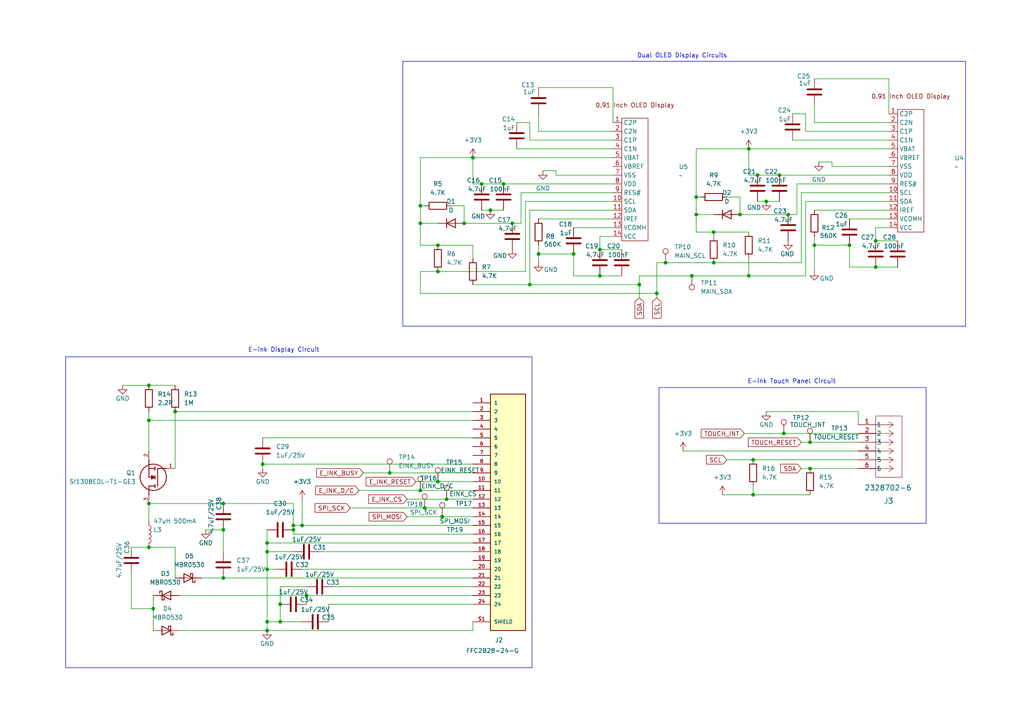
<source format=kicad_sch>
(kicad_sch (version 20250114) (generator "eeschema") (generator_version "9.0")
  (paper "A4")
  (title_block (title "E-ink Watch Display Circuits") (date "2025-12-09") (rev "v1.1"))
  (lib_symbols
    (symbol "0.91 inch OLED:0.91_inch_OLED"
      (property "Reference" "U" (at 0 0 0))
      (symbol "0.91_inch_OLED_0_1"
        (rectangle (start -3.81 21.59) (end 3.81 -13.97))
      )
      (symbol "0.91_inch_OLED_1_1"
        (text "0.91 Inch OLED Display\n" (at 0 25.4 0) (effects (font (size 1.27 1.27))))
        (pin bidirectional line (at -6.35 20.32 0) (length 2.54) (name "C2P") (number "1"))
        (pin bidirectional line (at -6.35 17.78 0) (length 2.54) (name "C2N") (number "2"))
        (pin bidirectional line (at -6.35 15.24 0) (length 2.54) (name "C1P") (number "3"))
        (pin bidirectional line (at -6.35 12.7 0) (length 2.54) (name "C1N") (number "4"))
        (pin bidirectional line (at -6.35 10.16 0) (length 2.54) (name "VBAT") (number "5"))
        (pin bidirectional line (at -6.35 7.62 0) (length 2.54) (name "VBREF") (number "6"))
        (pin bidirectional line (at -6.35 5.08 0) (length 2.54) (name "VSS") (number "7"))
        (pin bidirectional line (at -6.35 2.54 0) (length 2.54) (name "VDD") (number "8"))
        (pin bidirectional line (at -6.35 0 0) (length 2.54) (name "RES#") (number "9"))
        (pin bidirectional line (at -6.35 -2.54 0) (length 2.54) (name "SCL") (number "10"))
        (pin bidirectional line (at -6.35 -5.08 0) (length 2.54) (name "SDA") (number "11"))
        (pin bidirectional line (at -6.35 -7.62 0) (length 2.54) (name "IREF") (number "12"))
        (pin bidirectional line (at -6.35 -10.16 0) (length 2.54) (name "VCOMH") (number "13"))
        (pin bidirectional line (at -6.35 -12.7 0) (length 2.54) (name "VCC") (number "14"))
      )
    )
    (symbol "2328702-6:2328702-6" (pin_names (offset 0.254))
      (property "Reference" "J" (at 8.89 6.35 0))
      (property "Value" "2328702-6" (at 0 0 0))
      (symbol "2328702-6_1_1"
        (polyline (pts (xy 5.08 2.54) (xy 5.08 -15.24)) (stroke (width 0.127)))
        (polyline (pts (xy 5.08 -15.24) (xy 12.7 -15.24)) (stroke (width 0.127)))
        (polyline (pts (xy 10.16 0) (xy 5.08 0)) (stroke (width 0.127)))
        (polyline (pts (xy 10.16 0) (xy 8.89 0.8467)) (stroke (width 0.127)))
        (polyline (pts (xy 10.16 0) (xy 8.89 -0.8467)) (stroke (width 0.127)))
        (polyline (pts (xy 10.16 -2.54) (xy 5.08 -2.54)) (stroke (width 0.127)))
        (polyline (pts (xy 10.16 -2.54) (xy 8.89 -1.6933)) (stroke (width 0.127)))
        (polyline (pts (xy 10.16 -2.54) (xy 8.89 -3.3867)) (stroke (width 0.127)))
        (polyline (pts (xy 10.16 -5.08) (xy 5.08 -5.08)) (stroke (width 0.127)))
        (polyline (pts (xy 10.16 -5.08) (xy 8.89 -4.2333)) (stroke (width 0.127)))
        (polyline (pts (xy 10.16 -5.08) (xy 8.89 -5.9267)) (stroke (width 0.127)))
        (polyline (pts (xy 10.16 -7.62) (xy 5.08 -7.62)) (stroke (width 0.127)))
        (polyline (pts (xy 10.16 -7.62) (xy 8.89 -6.7733)) (stroke (width 0.127)))
        (polyline (pts (xy 10.16 -7.62) (xy 8.89 -8.4667)) (stroke (width 0.127)))
        (polyline (pts (xy 10.16 -10.16) (xy 5.08 -10.16)) (stroke (width 0.127)))
        (polyline (pts (xy 10.16 -10.16) (xy 8.89 -9.3133)) (stroke (width 0.127)))
        (polyline (pts (xy 10.16 -10.16) (xy 8.89 -11.0067)) (stroke (width 0.127)))
        (polyline (pts (xy 10.16 -12.7) (xy 5.08 -12.7)) (stroke (width 0.127)))
        (polyline (pts (xy 10.16 -12.7) (xy 8.89 -11.8533)) (stroke (width 0.127)))
        (polyline (pts (xy 10.16 -12.7) (xy 8.89 -13.5467)) (stroke (width 0.127)))
        (polyline (pts (xy 12.7 2.54) (xy 5.08 2.54)) (stroke (width 0.127)))
        (polyline (pts (xy 12.7 -15.24) (xy 12.7 2.54)) (stroke (width 0.127)))
        (pin unspecified line (at 0 0 0) (length 5.08) (name "1") (number "1"))
        (pin unspecified line (at 0 -2.54 0) (length 5.08) (name "2") (number "2"))
        (pin unspecified line (at 0 -5.08 0) (length 5.08) (name "3") (number "3"))
        (pin unspecified line (at 0 -7.62 0) (length 5.08) (name "4") (number "4"))
        (pin unspecified line (at 0 -10.16 0) (length 5.08) (name "5") (number "5"))
        (pin unspecified line (at 0 -12.7 0) (length 5.08) (name "6") (number "6"))
      )
      (symbol "2328702-6_1_2"
        (polyline (pts (xy 5.08 2.54) (xy 5.08 -15.24)) (stroke (width 0.127)))
        (polyline (pts (xy 5.08 -15.24) (xy 12.7 -15.24)) (stroke (width 0.127)))
        (polyline (pts (xy 7.62 0) (xy 5.08 0)) (stroke (width 0.127)))
        (polyline (pts (xy 7.62 0) (xy 8.89 0.8467)) (stroke (width 0.127)))
        (polyline (pts (xy 7.62 0) (xy 8.89 -0.8467)) (stroke (width 0.127)))
        (polyline (pts (xy 7.62 -2.54) (xy 5.08 -2.54)) (stroke (width 0.127)))
        (polyline (pts (xy 7.62 -2.54) (xy 8.89 -1.6933)) (stroke (width 0.127)))
        (polyline (pts (xy 7.62 -2.54) (xy 8.89 -3.3867)) (stroke (width 0.127)))
        (polyline (pts (xy 7.62 -5.08) (xy 5.08 -5.08)) (stroke (width 0.127)))
        (polyline (pts (xy 7.62 -5.08) (xy 8.89 -4.2333)) (stroke (width 0.127)))
        (polyline (pts (xy 7.62 -5.08) (xy 8.89 -5.9267)) (stroke (width 0.127)))
        (polyline (pts (xy 7.62 -7.62) (xy 5.08 -7.62)) (stroke (width 0.127)))
        (polyline (pts (xy 7.62 -7.62) (xy 8.89 -6.7733)) (stroke (width 0.127)))
        (polyline (pts (xy 7.62 -7.62) (xy 8.89 -8.4667)) (stroke (width 0.127)))
        (polyline (pts (xy 7.62 -10.16) (xy 5.08 -10.16)) (stroke (width 0.127)))
        (polyline (pts (xy 7.62 -10.16) (xy 8.89 -9.3133)) (stroke (width 0.127)))
        (polyline (pts (xy 7.62 -10.16) (xy 8.89 -11.0067)) (stroke (width 0.127)))
        (polyline (pts (xy 7.62 -12.7) (xy 5.08 -12.7)) (stroke (width 0.127)))
        (polyline (pts (xy 7.62 -12.7) (xy 8.89 -11.8533)) (stroke (width 0.127)))
        (polyline (pts (xy 7.62 -12.7) (xy 8.89 -13.5467)) (stroke (width 0.127)))
        (polyline (pts (xy 12.7 2.54) (xy 5.08 2.54)) (stroke (width 0.127)))
        (polyline (pts (xy 12.7 -15.24) (xy 12.7 2.54)) (stroke (width 0.127)))
        (pin unspecified line (at 0 0 0) (length 5.08) (name "1") (number "1"))
        (pin unspecified line (at 0 -2.54 0) (length 5.08) (name "2") (number "2"))
        (pin unspecified line (at 0 -5.08 0) (length 5.08) (name "3") (number "3"))
        (pin unspecified line (at 0 -7.62 0) (length 5.08) (name "4") (number "4"))
        (pin unspecified line (at 0 -10.16 0) (length 5.08) (name "5") (number "5"))
        (pin unspecified line (at 0 -12.7 0) (length 5.08) (name "6") (number "6"))
      )
    )
    (symbol "Connector:TestPoint" (pin_numbers (hide yes)) (pin_names (offset 0.762) (hide yes))
      (property "Reference" "TP" (at 0 6.858 0))
      (property "Value" "TestPoint" (at 0 5.08 0))
      (symbol "TestPoint_0_1"
        (circle (center 0 3.302) (radius 0.762))
      )
      (symbol "TestPoint_1_1"
        (pin passive line (at 0 0 90) (length 2.54) (name "1") (number "1"))
      )
    )
    (symbol "Device:C" (pin_numbers (hide yes)) (pin_names (offset 0.254))
      (property "Reference" "C" (at 0.635 2.54 0))
      (property "Value" "C" (at 0.635 -2.54 0))
      (symbol "C_0_1"
        (polyline (pts (xy -2.032 0.762) (xy 2.032 0.762)) (stroke (width 0.508)))
        (polyline (pts (xy -2.032 -0.762) (xy 2.032 -0.762)) (stroke (width 0.508)))
      )
      (symbol "C_1_1"
        (pin passive line (at 0 3.81 270) (length 2.794) (name "~") (number "1"))
        (pin passive line (at 0 -3.81 90) (length 2.794) (name "~") (number "2"))
      )
    )
    (symbol "Device:D" (pin_numbers (hide yes)) (pin_names (offset 1.016) (hide yes))
      (property "Reference" "D" (at 0 2.54 0))
      (property "Value" "D" (at 0 -2.54 0))
      (symbol "D_0_1"
        (polyline (pts (xy -1.27 1.27) (xy -1.27 -1.27)) (stroke (width 0.254)))
        (polyline (pts (xy 1.27 1.27) (xy 1.27 -1.27) (xy -1.27 0) (xy 1.27 1.27)) (stroke (width 0.254)))
        (polyline (pts (xy 1.27 0) (xy -1.27 0)))
      )
      (symbol "D_1_1"
        (pin passive line (at -3.81 0 0) (length 2.54) (name "K") (number "1"))
        (pin passive line (at 3.81 0 180) (length 2.54) (name "A") (number "2"))
      )
    )
    (symbol "Device:D_Schottky" (pin_numbers (hide yes)) (pin_names (offset 1.016) (hide yes))
      (property "Reference" "D" (at 0 2.54 0))
      (property "Value" "D_Schottky" (at 0 -2.54 0))
      (symbol "D_Schottky_0_1"
        (polyline (pts (xy -1.905 0.635) (xy -1.905 1.27) (xy -1.27 1.27) (xy -1.27 -1.27) (xy -0.635 -1.27) (xy -0.635 -0.635)) (stroke (width 0.254)))
        (polyline (pts (xy 1.27 1.27) (xy 1.27 -1.27) (xy -1.27 0) (xy 1.27 1.27)) (stroke (width 0.254)))
        (polyline (pts (xy 1.27 0) (xy -1.27 0)))
      )
      (symbol "D_Schottky_1_1"
        (pin passive line (at -3.81 0 0) (length 2.54) (name "K") (number "1"))
        (pin passive line (at 3.81 0 180) (length 2.54) (name "A") (number "2"))
      )
    )
    (symbol "Device:L" (pin_numbers (hide yes)) (pin_names (offset 1.016) (hide yes))
      (property "Reference" "L" (at -1.27 0 90))
      (property "Value" "L" (at 1.905 0 90))
      (symbol "L_0_1"
        (arc (start 0 2.54) (mid 0.6323 1.905) (end 0 1.27))
        (arc (start 0 1.27) (mid 0.6323 0.635) (end 0 0))
        (arc (start 0 0) (mid 0.6323 -0.635) (end 0 -1.27))
        (arc (start 0 -1.27) (mid 0.6323 -1.905) (end 0 -2.54))
      )
      (symbol "L_1_1"
        (pin passive line (at 0 3.81 270) (length 1.27) (name "1") (number "1"))
        (pin passive line (at 0 -3.81 90) (length 1.27) (name "2") (number "2"))
      )
    )
    (symbol "Device:R" (pin_numbers (hide yes)) (pin_names (offset 0))
      (property "Reference" "R" (at 2.032 0 90))
      (property "Value" "R" (at 0 0 90))
      (symbol "R_0_1"
        (rectangle (start -1.016 -2.54) (end 1.016 2.54) (stroke (width 0.254)))
      )
      (symbol "R_1_1"
        (pin passive line (at 0 3.81 270) (length 1.27) (name "~") (number "1"))
        (pin passive line (at 0 -3.81 90) (length 1.27) (name "~") (number "2"))
      )
    )
    (symbol "FFC2B28-24-G:FFC2B28-24-G" (pin_names (offset 1.016))
      (property "Reference" "J" (at -5.08 33.782 0))
      (property "Value" "FFC2B28-24-G" (at -5.08 -38.1 0))
      (symbol "FFC2B28-24-G_0_0"
        (rectangle (start -5.08 -35.56) (end 5.08 33.02) (stroke (width 0.254)) (fill (type background)))
        (pin passive line (at -10.16 30.48 0) (length 5.08) (name "1") (number "1"))
        (pin passive line (at -10.16 27.94 0) (length 5.08) (name "2") (number "2"))
        (pin passive line (at -10.16 25.4 0) (length 5.08) (name "3") (number "3"))
        (pin passive line (at -10.16 22.86 0) (length 5.08) (name "4") (number "4"))
        (pin passive line (at -10.16 20.32 0) (length 5.08) (name "5") (number "5"))
        (pin passive line (at -10.16 17.78 0) (length 5.08) (name "6") (number "6"))
        (pin passive line (at -10.16 15.24 0) (length 5.08) (name "7") (number "7"))
        (pin passive line (at -10.16 12.7 0) (length 5.08) (name "8") (number "8"))
        (pin passive line (at -10.16 10.16 0) (length 5.08) (name "9") (number "9"))
        (pin passive line (at -10.16 7.62 0) (length 5.08) (name "10") (number "10"))
        (pin passive line (at -10.16 5.08 0) (length 5.08) (name "11") (number "11"))
        (pin passive line (at -10.16 2.54 0) (length 5.08) (name "12") (number "12"))
        (pin passive line (at -10.16 0 0) (length 5.08) (name "13") (number "13"))
        (pin passive line (at -10.16 -2.54 0) (length 5.08) (name "14") (number "14"))
        (pin passive line (at -10.16 -5.08 0) (length 5.08) (name "15") (number "15"))
        (pin passive line (at -10.16 -7.62 0) (length 5.08) (name "16") (number "16"))
        (pin passive line (at -10.16 -10.16 0) (length 5.08) (name "17") (number "17"))
        (pin passive line (at -10.16 -12.7 0) (length 5.08) (name "18") (number "18"))
        (pin passive line (at -10.16 -15.24 0) (length 5.08) (name "19") (number "19"))
        (pin passive line (at -10.16 -17.78 0) (length 5.08) (name "20") (number "20"))
        (pin passive line (at -10.16 -20.32 0) (length 5.08) (name "21") (number "21"))
        (pin passive line (at -10.16 -22.86 0) (length 5.08) (name "22") (number "22"))
        (pin passive line (at -10.16 -25.4 0) (length 5.08) (name "23") (number "23"))
        (pin passive line (at -10.16 -27.94 0) (length 5.08) (name "24") (number "24"))
        (pin passive line (at -10.16 -33.02 0) (length 5.08) (name "SHIELD") (number "S1"))
        (pin passive line (at -10.16 -33.02 0) (length 5.08) (hide yes) (name "SHIELD") (number "S2"))
      )
    )
    (symbol "SI1308EDL-T1-GE3:SI1308EDL-T1-GE3" (pin_names (offset 1.016))
      (property "Reference" "Q" (at 11.43 3.81 0))
      (property "Value" "SI1308EDL-T1-GE3" (at 11.43 1.27 0))
      (symbol "SI1308EDL-T1-GE3_0_0"
        (polyline (pts (xy 2.54 0) (xy 5.08 0)) (stroke (width 0.254)))
        (polyline (pts (xy 5.08 5.08) (xy 5.08 0)) (stroke (width 0.254)))
        (polyline (pts (xy 5.842 5.588) (xy 5.842 4.572)) (stroke (width 0.254)))
        (polyline (pts (xy 5.842 2.54) (xy 6.858 3.048) (xy 6.858 2.032) (xy 5.842 2.54)) (stroke (width 0.254)) (fill (type outline)))
        (polyline (pts (xy 5.842 2.032) (xy 5.842 3.048)) (stroke (width 0.254)))
        (polyline (pts (xy 5.842 0) (xy 7.62 0)) (stroke (width 0.254)))
        (polyline (pts (xy 5.842 -0.508) (xy 5.842 0.508)) (stroke (width 0.254)))
        (circle (center 6.35 2.54) (radius 3.81) (stroke (width 0.254)))
        (polyline (pts (xy 7.62 5.08) (xy 5.842 5.08)) (stroke (width 0.254)))
        (polyline (pts (xy 7.62 5.08) (xy 7.62 7.62)) (stroke (width 0.254)))
        (polyline (pts (xy 7.62 2.54) (xy 5.842 2.54)) (stroke (width 0.254)))
        (polyline (pts (xy 7.62 2.54) (xy 7.62 -2.54)) (stroke (width 0.254)))
        (pin bidirectional line (at 0 0 0) (length 2.54) (name "~") (number "1"))
        (pin bidirectional line (at 7.62 10.16 270) (length 2.54) (name "~") (number "3"))
        (pin bidirectional line (at 7.62 -5.08 90) (length 2.54) (name "~") (number "2"))
      )
    )
    (symbol "power:+3V3" (power) (pin_numbers (hide yes)) (pin_names (offset 0) (hide yes))
      (property "Value" "+3V3" (at 0 3.556 0))
      (symbol "+3V3_0_1"
        (polyline (pts (xy -0.762 1.27) (xy 0 2.54)))
        (polyline (pts (xy 0 2.54) (xy 0.762 1.27)))
        (polyline (pts (xy 0 0) (xy 0 2.54)))
      )
      (symbol "+3V3_1_1"
        (pin power_in line (at 0 0 90) (length 0) (name "~") (number "1"))
      )
    )
    (symbol "power:GND" (power) (pin_numbers (hide yes)) (pin_names (offset 0) (hide yes))
      (property "Value" "GND" (at 0 -3.81 0))
      (symbol "GND_0_1"
        (polyline (pts (xy 0 0) (xy 0 -1.27) (xy 1.27 -1.27) (xy 0 -2.54) (xy -1.27 -1.27) (xy 0 -1.27)))
      )
      (symbol "GND_1_1"
        (pin power_in line (at 0 0 270) (length 0) (name "~") (number "1"))
      )
    )
  )
  (rectangle (start 116.84 17.78) (end 280.035 94.615))
  (rectangle (start 19.05 103.505) (end 154.305 193.675))
  (rectangle (start 191.135 112.395) (end 268.605 151.765))
  (text "E-ink Display Circuit\n" (at 82.296 101.6 0) (effects (font (size 1.27 1.27))))
  (text "Dual OLED Display Circuits" (at 197.866 16.256 0) (effects (font (size 1.27 1.27))))
  (text "E-ink Touch Panel Circuit\n" (at 229.616 110.744 0) (effects (font (size 1.27 1.27))))
  (junction (at 85.09 153.67))
  (junction (at 128.27 149.86))
  (junction (at 201.93 62.23))
  (junction (at 88.9 172.72))
  (junction (at 217.17 43.18))
  (junction (at 77.47 160.02))
  (junction (at 207.01 67.31))
  (junction (at 148.59 64.77))
  (junction (at 127 78.74))
  (junction (at 77.47 180.34))
  (junction (at 153.67 82.55))
  (junction (at 219.71 50.8))
  (junction (at 43.18 121.92))
  (junction (at 137.16 45.72))
  (junction (at 134.62 64.77))
  (junction (at 246.38 71.12))
  (junction (at 234.95 135.89))
  (junction (at 77.47 157.48))
  (junction (at 228.6 62.23))
  (junction (at 254 77.47))
  (junction (at 77.47 165.1))
  (junction (at 121.92 64.77))
  (junction (at 218.44 143.51))
  (junction (at 222.25 58.42))
  (junction (at 139.7 53.34))
  (junction (at 190.5 85.09))
  (junction (at 123.19 147.32))
  (junction (at 81.28 180.34))
  (junction (at 207.01 76.2))
  (junction (at 44.45 176.53))
  (junction (at 173.99 72.39))
  (junction (at 173.99 80.01))
  (junction (at 121.92 59.69))
  (junction (at 214.63 62.23))
  (junction (at 85.09 152.4))
  (junction (at 217.17 80.01))
  (junction (at 146.05 53.34))
  (junction (at 142.24 60.96))
  (junction (at 185.42 82.55))
  (junction (at 127 139.7))
  (junction (at 113.03 137.16))
  (junction (at 64.77 167.64))
  (junction (at 50.8 119.38))
  (junction (at 64.77 146.05))
  (junction (at 127 71.12))
  (junction (at 226.06 50.8))
  (junction (at 227.33 125.73))
  (junction (at 43.18 111.76))
  (junction (at 121.92 142.24))
  (junction (at 236.22 71.12))
  (junction (at 156.21 73.66))
  (junction (at 200.66 80.01))
  (junction (at 81.28 175.26))
  (junction (at 193.04 76.2))
  (junction (at 43.18 158.75))
  (junction (at 129.54 144.78))
  (junction (at 87.63 152.4))
  (junction (at 77.47 182.88))
  (junction (at 201.93 57.15))
  (junction (at 64.77 153.67))
  (junction (at 166.37 73.66))
  (junction (at 254 69.85))
  (junction (at 234.95 128.27))
  (junction (at 218.44 133.35))
  (junction (at 76.2 134.62))
  (junction (at 43.18 146.05))
  (wire (pts (xy 234.95 143.51) (xy 218.44 143.51)))
  (wire (pts (xy 50.8 119.38) (xy 50.8 135.89)))
  (wire (pts (xy 127 78.74) (xy 152.4 78.74)))
  (wire (pts (xy 151.13 55.88) (xy 151.13 64.77)))
  (wire (pts (xy 198.12 130.81) (xy 248.92 130.81)))
  (wire (pts (xy 231.14 62.23) (xy 228.6 62.23)))
  (wire (pts (xy 121.92 142.24) (xy 137.16 142.24)))
  (wire (pts (xy 254 69.85) (xy 260.35 69.85)))
  (wire (pts (xy 201.93 62.23) (xy 201.93 57.15)))
  (wire (pts (xy 156.21 38.1) (xy 177.8 38.1)))
  (wire (pts (xy 210.82 133.35) (xy 218.44 133.35)))
  (wire (pts (xy 87.63 180.34) (xy 81.28 180.34)))
  (wire (pts (xy 173.99 80.01) (xy 166.37 80.01)))
  (wire (pts (xy 236.22 60.96) (xy 257.81 60.96)))
  (wire (pts (xy 233.68 80.01) (xy 233.68 58.42)))
  (wire (pts (xy 87.63 144.78) (xy 87.63 152.4)))
  (wire (pts (xy 121.92 71.12) (xy 127 71.12)))
  (wire (pts (xy 52.07 172.72) (xy 88.9 172.72)))
  (wire (pts (xy 210.82 57.15) (xy 214.63 57.15)))
  (wire (pts (xy 156.21 33.02) (xy 156.21 38.1)))
  (wire (pts (xy 219.71 58.42) (xy 222.25 58.42)))
  (wire (pts (xy 201.93 57.15) (xy 203.2 57.15)))
  (wire (pts (xy 35.56 111.76) (xy 43.18 111.76)))
  (wire (pts (xy 156.21 73.66) (xy 166.37 73.66)))
  (wire (pts (xy 257.81 66.04) (xy 254 66.04)))
  (wire (pts (xy 214.63 57.15) (xy 214.63 62.23)))
  (wire (pts (xy 166.37 80.01) (xy 166.37 73.66)))
  (wire (pts (xy 77.47 165.1) (xy 77.47 160.02)))
  (wire (pts (xy 156.21 76.2) (xy 156.21 73.66)))
  (wire (pts (xy 137.16 53.34) (xy 137.16 45.72)))
  (wire (pts (xy 201.93 43.18) (xy 201.93 57.15)))
  (wire (pts (xy 137.16 119.38) (xy 50.8 119.38)))
  (wire (pts (xy 77.47 165.1) (xy 80.01 165.1)))
  (wire (pts (xy 118.11 149.86) (xy 128.27 149.86)))
  (wire (pts (xy 153.67 40.64) (xy 153.67 35.56)))
  (wire (pts (xy 229.87 40.64) (xy 257.81 40.64)))
  (wire (pts (xy 190.5 76.2) (xy 193.04 76.2)))
  (wire (pts (xy 177.8 53.34) (xy 146.05 53.34)))
  (wire (pts (xy 44.45 172.72) (xy 44.45 176.53)))
  (wire (pts (xy 217.17 50.8) (xy 219.71 50.8)))
  (wire (pts (xy 231.14 53.34) (xy 231.14 62.23)))
  (wire (pts (xy 121.92 59.69) (xy 123.19 59.69)))
  (wire (pts (xy 222.25 58.42) (xy 226.06 58.42)))
  (wire (pts (xy 233.68 33.02) (xy 229.87 33.02)))
  (wire (pts (xy 137.16 74.93) (xy 137.16 71.12)))
  (wire (pts (xy 257.81 50.8) (xy 226.06 50.8)))
  (wire (pts (xy 156.21 63.5) (xy 177.8 63.5)))
  (wire (pts (xy 52.07 182.88) (xy 77.47 182.88)))
  (wire (pts (xy 77.47 160.02) (xy 85.09 160.02)))
  (wire (pts (xy 127 64.77) (xy 121.92 64.77)))
  (wire (pts (xy 248.92 119.38) (xy 222.25 119.38)))
  (wire (pts (xy 217.17 80.01) (xy 233.68 80.01)))
  (wire (pts (xy 217.17 43.18) (xy 201.93 43.18)))
  (wire (pts (xy 207.01 67.31) (xy 207.01 68.58)))
  (wire (pts (xy 246.38 77.47) (xy 246.38 71.12)))
  (wire (pts (xy 43.18 111.76) (xy 50.8 111.76)))
  (wire (pts (xy 152.4 78.74) (xy 152.4 58.42)))
  (wire (pts (xy 173.99 80.01) (xy 180.34 80.01)))
  (wire (pts (xy 177.8 40.64) (xy 153.67 40.64)))
  (wire (pts (xy 81.28 180.34) (xy 81.28 175.26)))
  (wire (pts (xy 134.62 59.69) (xy 134.62 64.77)))
  (wire (pts (xy 87.63 152.4) (xy 85.09 152.4)))
  (wire (pts (xy 236.22 71.12) (xy 246.38 71.12)))
  (wire (pts (xy 38.1 166.37) (xy 38.1 176.53)))
  (wire (pts (xy 227.33 125.73) (xy 248.92 125.73)))
  (wire (pts (xy 146.05 53.34) (xy 139.7 53.34)))
  (wire (pts (xy 139.7 60.96) (xy 142.24 60.96)))
  (wire (pts (xy 152.4 58.42) (xy 177.8 58.42)))
  (wire (pts (xy 121.92 78.74) (xy 121.92 85.09)))
  (wire (pts (xy 121.92 45.72) (xy 121.92 59.69)))
  (wire (pts (xy 142.24 60.96) (xy 146.05 60.96)))
  (wire (pts (xy 92.71 160.02) (xy 137.16 160.02)))
  (wire (pts (xy 85.09 152.4) (xy 85.09 146.05)))
  (wire (pts (xy 226.06 50.8) (xy 219.71 50.8)))
  (wire (pts (xy 193.04 76.2) (xy 207.01 76.2)))
  (wire (pts (xy 85.09 146.05) (xy 64.77 146.05)))
  (wire (pts (xy 209.55 143.51) (xy 218.44 143.51)))
  (wire (pts (xy 232.41 55.88) (xy 257.81 55.88)))
  (wire (pts (xy 137.16 139.7) (xy 127 139.7)))
  (wire (pts (xy 137.16 45.72) (xy 177.8 45.72)))
  (wire (pts (xy 44.45 176.53) (xy 44.45 182.88)))
  (wire (pts (xy 137.16 45.72) (xy 121.92 45.72)))
  (wire (pts (xy 185.42 82.55) (xy 153.67 82.55)))
  (wire (pts (xy 128.27 149.86) (xy 137.16 149.86)))
  (wire (pts (xy 236.22 30.48) (xy 236.22 35.56)))
  (wire (pts (xy 200.66 80.01) (xy 217.17 80.01)))
  (wire (pts (xy 234.95 135.89) (xy 248.92 135.89)))
  (wire (pts (xy 137.16 53.34) (xy 139.7 53.34)))
  (wire (pts (xy 43.18 146.05) (xy 43.18 151.13)))
  (wire (pts (xy 137.16 71.12) (xy 127 71.12)))
  (wire (pts (xy 246.38 63.5) (xy 257.81 63.5)))
  (wire (pts (xy 77.47 180.34) (xy 81.28 180.34)))
  (wire (pts (xy 207.01 76.2) (xy 232.41 76.2)))
  (wire (pts (xy 177.8 25.4) (xy 177.8 35.56)))
  (wire (pts (xy 156.21 25.4) (xy 177.8 25.4)))
  (wire (pts (xy 129.54 144.78) (xy 137.16 144.78)))
  (wire (pts (xy 218.44 143.51) (xy 218.44 140.97)))
  (wire (pts (xy 217.17 67.31) (xy 207.01 67.31)))
  (wire (pts (xy 232.41 128.27) (xy 234.95 128.27)))
  (wire (pts (xy 130.81 59.69) (xy 134.62 59.69)))
  (wire (pts (xy 137.16 152.4) (xy 87.63 152.4)))
  (wire (pts (xy 137.16 154.94) (xy 85.09 154.94)))
  (wire (pts (xy 173.99 68.58) (xy 173.99 72.39)))
  (wire (pts (xy 257.81 22.86) (xy 257.81 33.02)))
  (wire (pts (xy 236.22 22.86) (xy 257.81 22.86)))
  (wire (pts (xy 218.44 133.35) (xy 248.92 133.35)))
  (wire (pts (xy 104.14 142.24) (xy 121.92 142.24)))
  (wire (pts (xy 254 66.04) (xy 254 69.85)))
  (wire (pts (xy 87.63 165.1) (xy 137.16 165.1)))
  (wire (pts (xy 50.8 167.64) (xy 50.8 158.75)))
  (wire (pts (xy 156.21 73.66) (xy 156.21 71.12)))
  (wire (pts (xy 137.16 127) (xy 76.2 127)))
  (wire (pts (xy 217.17 50.8) (xy 217.17 43.18)))
  (wire (pts (xy 173.99 72.39) (xy 180.34 72.39)))
  (wire (pts (xy 76.2 135.89) (xy 76.2 134.62)))
  (wire (pts (xy 161.29 50.8) (xy 161.29 49.53)))
  (wire (pts (xy 217.17 43.18) (xy 257.81 43.18)))
  (wire (pts (xy 185.42 80.01) (xy 185.42 82.55)))
  (wire (pts (xy 43.18 119.38) (xy 43.18 121.92)))
  (wire (pts (xy 228.6 62.23) (xy 214.63 62.23)))
  (wire (pts (xy 64.77 146.05) (xy 43.18 146.05)))
  (wire (pts (xy 64.77 153.67) (xy 59.69 153.67)))
  (wire (pts (xy 43.18 121.92) (xy 137.16 121.92)))
  (wire (pts (xy 257.81 53.34) (xy 231.14 53.34)))
  (wire (pts (xy 85.09 154.94) (xy 85.09 153.67)))
  (wire (pts (xy 123.19 147.32) (xy 137.16 147.32)))
  (wire (pts (xy 137.16 182.88) (xy 77.47 182.88)))
  (wire (pts (xy 77.47 180.34) (xy 77.47 182.88)))
  (wire (pts (xy 185.42 80.01) (xy 200.66 80.01)))
  (wire (pts (xy 58.42 167.64) (xy 64.77 167.64)))
  (wire (pts (xy 38.1 176.53) (xy 44.45 176.53)))
  (wire (pts (xy 149.86 43.18) (xy 177.8 43.18)))
  (wire (pts (xy 257.81 38.1) (xy 233.68 38.1)))
  (wire (pts (xy 236.22 71.12) (xy 236.22 68.58)))
  (wire (pts (xy 77.47 180.34) (xy 77.47 165.1)))
  (wire (pts (xy 233.68 38.1) (xy 233.68 33.02)))
  (wire (pts (xy 190.5 85.09) (xy 190.5 86.36)))
  (wire (pts (xy 236.22 35.56) (xy 257.81 35.56)))
  (wire (pts (xy 77.47 157.48) (xy 77.47 160.02)))
  (wire (pts (xy 118.11 144.78) (xy 129.54 144.78)))
  (wire (pts (xy 88.9 172.72) (xy 88.9 175.26)))
  (wire (pts (xy 248.92 123.19) (xy 248.92 119.38)))
  (wire (pts (xy 148.59 64.77) (xy 134.62 64.77)))
  (wire (pts (xy 95.25 175.26) (xy 137.16 175.26)))
  (wire (pts (xy 153.67 60.96) (xy 177.8 60.96)))
  (wire (pts (xy 101.6 147.32) (xy 123.19 147.32)))
  (wire (pts (xy 254 77.47) (xy 260.35 77.47)))
  (wire (pts (xy 77.47 153.67) (xy 77.47 157.48)))
  (wire (pts (xy 254 77.47) (xy 246.38 77.47)))
  (wire (pts (xy 241.3 46.99) (xy 237.49 46.99)))
  (wire (pts (xy 161.29 49.53) (xy 157.48 49.53)))
  (wire (pts (xy 64.77 167.64) (xy 137.16 167.64)))
  (wire (pts (xy 88.9 170.18) (xy 81.28 170.18)))
  (wire (pts (xy 105.41 137.16) (xy 113.03 137.16)))
  (wire (pts (xy 96.52 170.18) (xy 137.16 170.18)))
  (wire (pts (xy 137.16 82.55) (xy 153.67 82.55)))
  (wire (pts (xy 43.18 121.92) (xy 43.18 130.81)))
  (wire (pts (xy 185.42 82.55) (xy 185.42 86.36)))
  (wire (pts (xy 77.47 157.48) (xy 137.16 157.48)))
  (wire (pts (xy 207.01 62.23) (xy 201.93 62.23)))
  (wire (pts (xy 241.3 48.26) (xy 241.3 46.99)))
  (wire (pts (xy 217.17 74.93) (xy 217.17 80.01)))
  (wire (pts (xy 177.8 50.8) (xy 161.29 50.8)))
  (wire (pts (xy 38.1 158.75) (xy 43.18 158.75)))
  (wire (pts (xy 113.03 137.16) (xy 137.16 137.16)))
  (wire (pts (xy 236.22 78.74) (xy 236.22 71.12)))
  (wire (pts (xy 121.92 85.09) (xy 190.5 85.09)))
  (wire (pts (xy 121.92 64.77) (xy 121.92 71.12)))
  (wire (pts (xy 127 139.7) (xy 120.65 139.7)))
  (wire (pts (xy 153.67 82.55) (xy 153.67 60.96)))
  (wire (pts (xy 85.09 152.4) (xy 85.09 153.67)))
  (wire (pts (xy 151.13 64.77) (xy 148.59 64.77)))
  (wire (pts (xy 190.5 85.09) (xy 190.5 76.2)))
  (wire (pts (xy 76.2 134.62) (xy 137.16 134.62)))
  (wire (pts (xy 215.9 125.73) (xy 227.33 125.73)))
  (wire (pts (xy 166.37 66.04) (xy 177.8 66.04)))
  (wire (pts (xy 234.95 128.27) (xy 248.92 128.27)))
  (wire (pts (xy 121.92 64.77) (xy 121.92 59.69)))
  (wire (pts (xy 201.93 62.23) (xy 201.93 67.31)))
  (wire (pts (xy 233.68 58.42) (xy 257.81 58.42)))
  (wire (pts (xy 232.41 76.2) (xy 232.41 55.88)))
  (wire (pts (xy 137.16 172.72) (xy 88.9 172.72)))
  (wire (pts (xy 177.8 68.58) (xy 173.99 68.58)))
  (wire (pts (xy 153.67 35.56) (xy 149.86 35.56)))
  (wire (pts (xy 95.25 180.34) (xy 95.25 175.26)))
  (wire (pts (xy 177.8 55.88) (xy 151.13 55.88)))
  (wire (pts (xy 121.92 78.74) (xy 127 78.74)))
  (wire (pts (xy 137.16 180.34) (xy 137.16 182.88)))
  (wire (pts (xy 43.18 158.75) (xy 50.8 158.75)))
  (wire (pts (xy 232.41 135.89) (xy 234.95 135.89)))
  (wire (pts (xy 81.28 170.18) (xy 81.28 175.26)))
  (wire (pts (xy 64.77 160.02) (xy 64.77 153.67)))
  (wire (pts (xy 201.93 67.31) (xy 207.01 67.31)))
  (wire (pts (xy 257.81 48.26) (xy 241.3 48.26)))
  (global_label "SPI_SCK" (shape input) (at 101.6 147.32 180) (property "Intersheetrefs" "${INTERSHEET_REFS}" (effects (hide yes))))
  (global_label "TOUCH_RESET" (shape input) (at 232.41 128.27 180) (property "Intersheetrefs" "${INTERSHEET_REFS}" (effects (hide yes))))
  (global_label "SPI_MOSI" (shape input) (at 118.11 149.86 180) (property "Intersheetrefs" "${INTERSHEET_REFS}" (effects (hide yes))))
  (global_label "SCL" (shape input) (at 190.5 86.36 270) (property "Intersheetrefs" "${INTERSHEET_REFS}" (effects (hide yes))))
  (global_label "E_INK_BUSY" (shape input) (at 105.41 137.16 180) (property "Intersheetrefs" "${INTERSHEET_REFS}" (effects (hide yes))))
  (global_label "TOUCH_INT" (shape input) (at 215.9 125.73 180) (property "Intersheetrefs" "${INTERSHEET_REFS}" (effects (hide yes))))
  (global_label "E_INK_CS" (shape input) (at 118.11 144.78 180) (property "Intersheetrefs" "${INTERSHEET_REFS}" (effects (hide yes))))
  (global_label "SDA" (shape input) (at 185.42 86.36 270) (property "Intersheetrefs" "${INTERSHEET_REFS}" (effects (hide yes))))
  (global_label "SCL" (shape input) (at 210.82 133.35 180) (property "Intersheetrefs" "${INTERSHEET_REFS}" (effects (hide yes))))
  (global_label "E_INK_D{slash}C" (shape input) (at 104.14 142.24 180) (property "Intersheetrefs" "${INTERSHEET_REFS}" (effects (hide yes))))
  (global_label "SDA" (shape input) (at 232.41 135.89 180) (property "Intersheetrefs" "${INTERSHEET_REFS}" (effects (hide yes))))
  (global_label "E_INK_RESET" (shape input) (at 120.65 139.7 180) (property "Intersheetrefs" "${INTERSHEET_REFS}" (effects (hide yes))))
  (symbol (lib_id "Device:C") (at 88.9 160.02 90) (unit 1)
    (property "Reference" "C31" (at 92.71 158.75 90))
    (property "Value" "1uF/25V" (at 88.9 156.464 90))
    (property "Footprint" "Capacitor_SMD:C_0402_1005Metric_Pad0.74x0.62mm_HandSolder" (effects (hide yes)))
    (property "Description" "Unpolarized capacitor" (effects (hide yes)))
  )
  (symbol (lib_id "Connector:TestPoint") (at 129.54 144.78 0) (unit 1)
    (property "Reference" "TP17" (at 132.08 146.05 0) (effects (justify left)))
    (property "Value" "EINK_CS" (at 130.302 143.256 0) (effects (justify left)))
    (property "Footprint" "TestPoint:TestPoint_Pad_D1.0mm" (effects (hide yes)))
    (property "Description" "test point" (effects (hide yes)))
  )
  (symbol (lib_id "Device:C") (at 83.82 165.1 90) (unit 1)
    (property "Reference" "C32" (at 87.63 163.83 90))
    (property "Value" "1uF/25V" (at 83.82 161.544 90))
    (property "Footprint" "Capacitor_SMD:C_0402_1005Metric_Pad0.74x0.62mm_HandSolder" (effects (hide yes)))
    (property "Description" "Unpolarized capacitor" (effects (hide yes)))
  )
  (symbol (lib_id "Device:D_Schottky") (at 48.26 182.88 180) (unit 1)
    (property "Reference" "D4" (at 48.5775 176.53 0))
    (property "Value" "MBR0530" (at 48.5775 179.07 0))
    (property "Footprint" "Diode_SMD:D_0805_2012Metric_Pad1.15x1.40mm_HandSolder" (effects (hide yes)))
    (property "Description" "Schottky diode" (effects (hide yes)))
  )
  (symbol (lib_id "Device:D") (at 130.81 64.77 0) (unit 1)
    (property "Reference" "D1" (at 130.81 58.42 0))
    (property "Value" "D" (at 130.81 60.96 0))
    (property "Footprint" "Diode_THT:D_DO-35_SOD27_P7.62mm_Horizontal" (effects (hide yes)))
    (property "Description" "Diode" (effects (hide yes)))
    (property "Sim.Device" "D" (effects (hide yes)))
    (property "Sim.Pins" "1=K 2=A" (effects (hide yes)))
  )
  (symbol (lib_id "Device:R") (at 207.01 72.39 180) (unit 1)
    (property "Reference" "R10" (at 209.55 71.1199 0) (effects (justify right)))
    (property "Value" "4.7K" (at 209.55 73.6599 0) (effects (justify right)))
    (property "Footprint" "Resistor_SMD:R_0402_1005Metric_Pad0.72x0.64mm_HandSolder" (effects (hide yes)))
    (property "Description" "Resistor" (effects (hide yes)))
  )
  (symbol (lib_id "power:GND") (at 156.21 76.2 0) (unit 1)
    (property "Reference" "#PWR025" (effects (hide yes)))
    (property "Value" "GND" (at 159.766 78.232 0))
    (property "Description" "Power symbol creates a global label with name \"GND\" , ground" (effects (hide yes)))
  )
  (symbol (lib_id "Device:C") (at 229.87 36.83 0) (unit 1)
    (property "Reference" "C24" (at 225.552 32.004 0) (effects (justify left)))
    (property "Value" "1uF" (at 225.806 34.544 0) (effects (justify left)))
    (property "Footprint" "Capacitor_SMD:C_0402_1005Metric_Pad0.74x0.62mm_HandSolder" (effects (hide yes)))
    (property "Description" "Unpolarized capacitor" (effects (hide yes)))
  )
  (symbol (lib_id "0.91 inch OLED:0.91_inch_OLED") (at 184.15 55.88 0) (unit 1)
    (property "Reference" "U5" (at 196.85 48.3841 0) (effects (justify left)))
    (property "Value" "~" (at 196.85 50.9241 0) (effects (justify left)))
    (property "Footprint" "2328702-6:Untitled" (effects (hide yes)))
  )
  (symbol (lib_id "power:+3V3") (at 209.55 143.51 0) (unit 1)
    (property "Reference" "#PWR038" (effects (hide yes)))
    (property "Value" "+3V3" (at 209.55 138.43 0))
    (property "Description" "Power symbol creates a global label with name \"+3V3\"" (effects (hide yes)))
  )
  (symbol (lib_id "power:GND") (at 76.2 135.89 0) (unit 1)
    (property "Reference" "#PWR033" (effects (hide yes)))
    (property "Value" "GND" (at 76.2 139.7 0))
    (property "Description" "Power symbol creates a global label with name \"GND\" , ground" (effects (hide yes)))
  )
  (symbol (lib_id "Device:C") (at 149.86 39.37 0) (unit 1)
    (property "Reference" "C14" (at 145.542 34.544 0) (effects (justify left)))
    (property "Value" "1uF" (at 145.796 37.084 0) (effects (justify left)))
    (property "Footprint" "Capacitor_SMD:C_0402_1005Metric_Pad0.74x0.62mm_HandSolder" (effects (hide yes)))
    (property "Description" "Unpolarized capacitor" (effects (hide yes)))
  )
  (symbol (lib_id "Device:R") (at 127 74.93 180) (unit 1)
    (property "Reference" "R6" (at 129.54 73.6599 0) (effects (justify right)))
    (property "Value" "4.7K" (at 129.54 76.1999 0) (effects (justify right)))
    (property "Footprint" "Resistor_SMD:R_0402_1005Metric_Pad0.72x0.64mm_HandSolder" (effects (hide yes)))
    (property "Description" "Resistor" (effects (hide yes)))
  )
  (symbol (lib_id "Device:L") (at 43.18 154.94 0) (unit 1)
    (property "Reference" "L3" (at 44.45 153.6699 0) (effects (justify left)))
    (property "Value" "47uH 500mA" (at 44.45 151.13 0) (effects (justify left)))
    (property "Footprint" "ANR4012T470M inductor:Untitled" (effects (hide yes)))
    (property "Description" "Inductor" (effects (hide yes)))
  )
  (symbol (lib_id "Device:R") (at 234.95 139.7 180) (unit 1)
    (property "Reference" "R15" (at 237.49 138.4299 0) (effects (justify right)))
    (property "Value" "4.7K" (at 237.49 140.9699 0) (effects (justify right)))
    (property "Footprint" "Resistor_SMD:R_0402_1005Metric_Pad0.72x0.64mm_HandSolder" (effects (hide yes)))
    (property "Description" "Resistor" (effects (hide yes)))
  )
  (symbol (lib_id "Device:D") (at 210.82 62.23 0) (unit 1)
    (property "Reference" "D2" (at 210.82 55.88 0))
    (property "Value" "D" (at 210.82 58.42 0))
    (property "Footprint" "Diode_THT:D_DO-35_SOD27_P7.62mm_Horizontal" (effects (hide yes)))
    (property "Description" "Diode" (effects (hide yes)))
    (property "Sim.Device" "D" (effects (hide yes)))
    (property "Sim.Pins" "1=K 2=A" (effects (hide yes)))
  )
  (symbol (lib_id "power:+3V3") (at 198.12 130.81 0) (unit 1)
    (property "Reference" "#PWR032" (effects (hide yes)))
    (property "Value" "+3V3" (at 198.12 125.73 0))
    (property "Description" "Power symbol creates a global label with name \"+3V3\"" (effects (hide yes)))
  )
  (symbol (lib_id "power:GND") (at 142.24 60.96 0) (unit 1)
    (property "Reference" "#PWR023" (effects (hide yes)))
    (property "Value" "GND" (at 138.684 62.738 0))
    (property "Description" "Power symbol creates a global label with name \"GND\" , ground" (effects (hide yes)))
  )
  (symbol (lib_id "Device:R") (at 156.21 67.31 180) (unit 1)
    (property "Reference" "R8" (at 158.242 68.58 0) (effects (justify right)))
    (property "Value" "560K" (at 157.734 70.866 0) (effects (justify right)))
    (property "Footprint" "Resistor_SMD:R_0402_1005Metric_Pad0.72x0.64mm_HandSolder" (effects (hide yes)))
    (property "Description" "Resistor" (effects (hide yes)))
  )
  (symbol (lib_id "power:GND") (at 237.49 46.99 0) (unit 1)
    (property "Reference" "#PWR030" (effects (hide yes)))
    (property "Value" "GND" (at 237.49 52.07 0))
    (property "Description" "Power symbol creates a global label with name \"GND\" , ground" (effects (hide yes)))
  )
  (symbol (lib_id "Device:D_Schottky") (at 54.61 167.64 180) (unit 1)
    (property "Reference" "D5" (at 54.9275 161.29 0))
    (property "Value" "MBR0530" (at 54.9275 163.83 0))
    (property "Footprint" "Diode_SMD:D_0805_2012Metric_Pad1.15x1.40mm_HandSolder" (effects (hide yes)))
    (property "Description" "Schottky diode" (effects (hide yes)))
  )
  (symbol (lib_id "power:GND") (at 236.22 78.74 0) (unit 1)
    (property "Reference" "#PWR029" (effects (hide yes)))
    (property "Value" "GND" (at 239.776 80.772 0))
    (property "Description" "Power symbol creates a global label with name \"GND\" , ground" (effects (hide yes)))
  )
  (symbol (lib_id "Device:C") (at 64.77 149.86 180) (unit 1)
    (property "Reference" "C38" (at 63.5 146.05 90))
    (property "Value" "4.7uF/25V" (at 61.214 149.86 90))
    (property "Footprint" "Capacitor_SMD:C_0402_1005Metric_Pad0.74x0.62mm_HandSolder" (effects (hide yes)))
    (property "Description" "Unpolarized capacitor" (effects (hide yes)))
  )
  (symbol (lib_id "Connector:TestPoint") (at 234.95 128.27 0) (unit 1)
    (property "Reference" "TP13" (at 241.046 124.206 0) (effects (justify left)))
    (property "Value" "TOUCH_RESET" (at 235.966 126.746 0) (effects (justify left)))
    (property "Footprint" "TestPoint:TestPoint_Pad_D1.0mm" (effects (hide yes)))
    (property "Description" "test point" (effects (hide yes)))
  )
  (symbol (lib_id "Device:C") (at 246.38 67.31 0) (unit 1)
    (property "Reference" "C26" (at 242.062 62.484 0) (effects (justify left)))
    (property "Value" "1uF" (at 242.316 65.024 0) (effects (justify left)))
    (property "Footprint" "Capacitor_SMD:C_0402_1005Metric_Pad0.74x0.62mm_HandSolder" (effects (hide yes)))
    (property "Description" "Unpolarized capacitor" (effects (hide yes)))
  )
  (symbol (lib_id "Device:C") (at 139.7 57.15 0) (unit 1)
    (property "Reference" "C16" (at 135.382 52.324 0) (effects (justify left)))
    (property "Value" "4.7uF" (at 135.636 54.864 0) (effects (justify left)))
    (property "Footprint" "Capacitor_SMD:C_0402_1005Metric_Pad0.74x0.62mm_HandSolder" (effects (hide yes)))
    (property "Description" "Unpolarized capacitor" (effects (hide yes)))
  )
  (symbol (lib_id "Connector:TestPoint") (at 113.03 137.16 0) (unit 1)
    (property "Reference" "TP14" (at 115.57 132.5879 0) (effects (justify left)))
    (property "Value" "EINK_BUSY" (at 115.57 135.1279 0) (effects (justify left)))
    (property "Footprint" "TestPoint:TestPoint_Pad_D1.0mm" (effects (hide yes)))
    (property "Description" "test point" (effects (hide yes)))
  )
  (symbol (lib_id "Device:C") (at 226.06 54.61 0) (unit 1)
    (property "Reference" "C22" (at 221.742 49.784 0) (effects (justify left)))
    (property "Value" "100nF" (at 221.996 52.324 0) (effects (justify left)))
    (property "Footprint" "Capacitor_SMD:C_0402_1005Metric_Pad0.74x0.62mm_HandSolder" (effects (hide yes)))
    (property "Description" "Unpolarized capacitor" (effects (hide yes)))
  )
  (symbol (lib_id "power:GND") (at 157.48 49.53 0) (unit 1)
    (property "Reference" "#PWR022" (effects (hide yes)))
    (property "Value" "GND" (at 157.48 54.61 0))
    (property "Description" "Power symbol creates a global label with name \"GND\" , ground" (effects (hide yes)))
  )
  (symbol (lib_id "Device:C") (at 76.2 130.81 0) (unit 1)
    (property "Reference" "C29" (at 80.01 129.5399 0) (effects (justify left)))
    (property "Value" "1uF/25V" (at 80.01 132.0799 0) (effects (justify left)))
    (property "Footprint" "Capacitor_SMD:C_0402_1005Metric_Pad0.74x0.62mm_HandSolder" (effects (hide yes)))
    (property "Description" "Unpolarized capacitor" (effects (hide yes)))
  )
  (symbol (lib_id "power:GND") (at 228.6 69.85 0) (unit 1)
    (property "Reference" "#PWR028" (effects (hide yes)))
    (property "Value" "GND" (at 228.346 73.66 0))
    (property "Description" "Power symbol creates a global label with name \"GND\" , ground" (effects (hide yes)))
  )
  (symbol (lib_id "Device:C") (at 148.59 68.58 0) (unit 1)
    (property "Reference" "C17" (at 144.272 63.754 0) (effects (justify left)))
    (property "Value" "4.7uF" (at 144.526 66.294 0) (effects (justify left)))
    (property "Footprint" "Capacitor_SMD:C_0402_1005Metric_Pad0.74x0.62mm_HandSolder" (effects (hide yes)))
    (property "Description" "Unpolarized capacitor" (effects (hide yes)))
  )
  (symbol (lib_id "Device:C") (at 219.71 54.61 0) (unit 1)
    (property "Reference" "C21" (at 215.392 49.784 0) (effects (justify left)))
    (property "Value" "4.7uF" (at 215.646 52.324 0) (effects (justify left)))
    (property "Footprint" "Capacitor_SMD:C_0402_1005Metric_Pad0.74x0.62mm_HandSolder" (effects (hide yes)))
    (property "Description" "Unpolarized capacitor" (effects (hide yes)))
  )
  (symbol (lib_id "Device:C") (at 260.35 73.66 0) (unit 1)
    (property "Reference" "C28" (at 256.032 68.834 0) (effects (justify left)))
    (property "Value" "100nF" (at 256.286 71.374 0) (effects (justify left)))
    (property "Footprint" "Capacitor_SMD:C_0402_1005Metric_Pad0.74x0.62mm_HandSolder" (effects (hide yes)))
    (property "Description" "Unpolarized capacitor" (effects (hide yes)))
  )
  (symbol (lib_id "Device:C") (at 166.37 69.85 0) (unit 1)
    (property "Reference" "C18" (at 162.052 65.024 0) (effects (justify left)))
    (property "Value" "1uF" (at 162.306 67.564 0) (effects (justify left)))
    (property "Footprint" "Capacitor_SMD:C_0402_1005Metric_Pad0.74x0.62mm_HandSolder" (effects (hide yes)))
    (property "Description" "Unpolarized capacitor" (effects (hide yes)))
  )
  (symbol (lib_id "Device:C") (at 236.22 26.67 0) (unit 1)
    (property "Reference" "C25" (at 231.14 22.098 0) (effects (justify left)))
    (property "Value" "1uF" (at 231.648 24.13 0) (effects (justify left)))
    (property "Footprint" "Capacitor_SMD:C_0402_1005Metric_Pad0.74x0.62mm_HandSolder" (effects (hide yes)))
    (property "Description" "Unpolarized capacitor" (effects (hide yes)))
  )
  (symbol (lib_id "Connector:TestPoint") (at 121.92 142.24 0) (unit 1)
    (property "Reference" "TP16" (at 121.92 138.684 0) (effects (justify left)))
    (property "Value" "EINK_D/C" (at 122.174 140.97 0) (effects (justify left)))
    (property "Footprint" "TestPoint:TestPoint_Pad_D1.0mm" (effects (hide yes)))
    (property "Description" "test point" (effects (hide yes)))
  )
  (symbol (lib_id "Device:C") (at 92.71 170.18 90) (unit 1)
    (property "Reference" "C33" (at 96.52 168.91 90))
    (property "Value" "1uF/25V" (at 92.71 166.624 90))
    (property "Footprint" "Capacitor_SMD:C_0402_1005Metric_Pad0.74x0.62mm_HandSolder" (effects (hide yes)))
    (property "Description" "Unpolarized capacitor" (effects (hide yes)))
  )
  (symbol (lib_id "power:GND") (at 148.59 72.39 0) (unit 1)
    (property "Reference" "#PWR024" (effects (hide yes)))
    (property "Value" "GND" (at 145.034 74.168 0))
    (property "Description" "Power symbol creates a global label with name \"GND\" , ground" (effects (hide yes)))
  )
  (symbol (lib_id "Connector:TestPoint") (at 127 139.7 0) (unit 1)
    (property "Reference" "TP15" (at 129.286 134.112 0) (effects (justify left)))
    (property "Value" "EINK_RESET" (at 127.762 136.398 0) (effects (justify left)))
    (property "Footprint" "TestPoint:TestPoint_Pad_D1.0mm" (effects (hide yes)))
    (property "Description" "test point" (effects (hide yes)))
  )
  (symbol (lib_id "Device:R") (at 217.17 71.12 180) (unit 1)
    (property "Reference" "R11" (at 219.71 69.8499 0) (effects (justify right)))
    (property "Value" "4.7K" (at 219.71 72.3899 0) (effects (justify right)))
    (property "Footprint" "Resistor_SMD:R_0402_1005Metric_Pad0.72x0.64mm_HandSolder" (effects (hide yes)))
    (property "Description" "Resistor" (effects (hide yes)))
  )
  (symbol (lib_id "Device:C") (at 38.1 162.56 180) (unit 1)
    (property "Reference" "C36" (at 36.83 158.75 90))
    (property "Value" "4.7uF/25V" (at 34.544 162.56 90))
    (property "Footprint" "Capacitor_SMD:C_0402_1005Metric_Pad0.74x0.62mm_HandSolder" (effects (hide yes)))
    (property "Description" "Unpolarized capacitor" (effects (hide yes)))
  )
  (symbol (lib_id "Connector:TestPoint") (at 123.19 147.32 0) (unit 1)
    (property "Reference" "TP18" (at 117.856 146.304 0) (effects (justify left)))
    (property "Value" "SPI_SCK" (at 118.872 148.59 0) (effects (justify left)))
    (property "Footprint" "TestPoint:TestPoint_Pad_D1.0mm" (effects (hide yes)))
    (property "Description" "test point" (effects (hide yes)))
  )
  (symbol (lib_id "Device:C") (at 85.09 175.26 90) (unit 1)
    (property "Reference" "C34" (at 88.9 173.99 90))
    (property "Value" "1uF/25V" (at 85.09 171.704 90))
    (property "Footprint" "Capacitor_SMD:C_0402_1005Metric_Pad0.74x0.62mm_HandSolder" (effects (hide yes)))
    (property "Description" "Unpolarized capacitor" (effects (hide yes)))
  )
  (symbol (lib_id "2328702-6:2328702-6") (at 248.92 123.19 0) (unit 1)
    (property "Reference" "J3" (at 256.286 145.288 0) (effects (font (size 1.524 1.524)) (justify left)))
    (property "Value" "2328702-6" (at 250.698 141.478 0) (effects (font (size 1.524 1.524)) (justify left)))
    (property "Footprint" "2328702-6:CONN6_2328702-6_TEC" (effects (hide yes)))
    (property "Datasheet" "https://www.te.com/commerce/DocumentDelivery/DDEController?Action=srchrtrv&DocNm=1-1773959-7-FPC-Connectors-CN&DocType=Data+Sheet&DocLang=English&PartCntxt=2328702-6&DocFormat=pdf" (effects (hide yes)))
  )
  (symbol (lib_id "Device:R") (at 127 59.69 90) (unit 1)
    (property "Reference" "R5" (at 127 53.34 90))
    (property "Value" "4.7K" (at 127 55.88 90))
    (property "Footprint" "Resistor_SMD:R_0402_1005Metric_Pad0.72x0.64mm_HandSolder" (effects (hide yes)))
    (property "Description" "Resistor" (effects (hide yes)))
  )
  (symbol (lib_id "Device:R") (at 218.44 137.16 180) (unit 1)
    (property "Reference" "R16" (at 220.98 135.8899 0) (effects (justify right)))
    (property "Value" "4.7K" (at 220.98 138.4299 0) (effects (justify right)))
    (property "Footprint" "Resistor_SMD:R_0402_1005Metric_Pad0.72x0.64mm_HandSolder" (effects (hide yes)))
    (property "Description" "Resistor" (effects (hide yes)))
  )
  (symbol (lib_id "power:GND") (at 222.25 58.42 0) (unit 1)
    (property "Reference" "#PWR027" (effects (hide yes)))
    (property "Value" "GND" (at 218.694 60.198 0))
    (property "Description" "Power symbol creates a global label with name \"GND\" , ground" (effects (hide yes)))
  )
  (symbol (lib_id "Device:C") (at 156.21 29.21 0) (unit 1)
    (property "Reference" "C13" (at 151.13 24.638 0) (effects (justify left)))
    (property "Value" "1uF" (at 151.638 26.67 0) (effects (justify left)))
    (property "Footprint" "Capacitor_SMD:C_0402_1005Metric_Pad0.74x0.62mm_HandSolder" (effects (hide yes)))
    (property "Description" "Unpolarized capacitor" (effects (hide yes)))
  )
  (symbol (lib_id "power:GND") (at 59.69 153.67 0) (unit 1)
    (property "Reference" "#PWR036" (effects (hide yes)))
    (property "Value" "GND" (at 59.69 157.48 0))
    (property "Description" "Power symbol creates a global label with name \"GND\" , ground" (effects (hide yes)))
  )
  (symbol (lib_id "power:GND") (at 222.25 119.38 0) (unit 1)
    (property "Reference" "#PWR031" (effects (hide yes)))
    (property "Value" "GND" (at 222.25 123.19 0))
    (property "Description" "Power symbol creates a global label with name \"GND\" , ground" (effects (hide yes)))
  )
  (symbol (lib_id "Connector:TestPoint") (at 227.33 125.73 0) (unit 1)
    (property "Reference" "TP12" (at 229.87 121.1579 0) (effects (justify left)))
    (property "Value" "TOUCH_INT" (at 229.108 123.19 0) (effects (justify left)))
    (property "Footprint" "TestPoint:TestPoint_Pad_D1.0mm" (effects (hide yes)))
    (property "Description" "test point" (effects (hide yes)))
  )
  (symbol (lib_id "Device:C") (at 81.28 153.67 90) (unit 1)
    (property "Reference" "C30" (at 81.28 146.05 90))
    (property "Value" "1uF/25V" (at 81.28 148.59 90))
    (property "Footprint" "Capacitor_SMD:C_0402_1005Metric_Pad0.74x0.62mm_HandSolder" (effects (hide yes)))
    (property "Description" "Unpolarized capacitor" (effects (hide yes)))
  )
  (symbol (lib_id "Device:R") (at 137.16 78.74 180) (unit 1)
    (property "Reference" "R7" (at 139.7 77.4699 0) (effects (justify right)))
    (property "Value" "4.7K" (at 139.7 80.0099 0) (effects (justify right)))
    (property "Footprint" "Resistor_SMD:R_0402_1005Metric_Pad0.72x0.64mm_HandSolder" (effects (hide yes)))
    (property "Description" "Resistor" (effects (hide yes)))
  )
  (symbol (lib_id "Connector:TestPoint") (at 128.27 149.86 0) (unit 1)
    (property "Reference" "TP19" (at 129.54 153.67 0) (effects (justify left)))
    (property "Value" "SPI_MOSI" (at 127.508 151.13 0) (effects (justify left)))
    (property "Footprint" "TestPoint:TestPoint_Pad_D1.0mm" (effects (hide yes)))
    (property "Description" "test point" (effects (hide yes)))
  )
  (symbol (lib_id "Device:C") (at 173.99 76.2 0) (unit 1)
    (property "Reference" "C19" (at 169.672 71.374 0) (effects (justify left)))
    (property "Value" "4.7uF" (at 169.926 73.914 0) (effects (justify left)))
    (property "Footprint" "Capacitor_SMD:C_0402_1005Metric_Pad0.74x0.62mm_HandSolder" (effects (hide yes)))
    (property "Description" "Unpolarized capacitor" (effects (hide yes)))
  )
  (symbol (lib_id "power:+3V3") (at 217.17 43.18 0) (unit 1)
    (property "Reference" "#PWR026" (effects (hide yes)))
    (property "Value" "+3V3" (at 217.17 38.1 0))
    (property "Description" "Power symbol creates a global label with name \"+3V3\"" (effects (hide yes)))
  )
  (symbol (lib_id "Device:R") (at 207.01 57.15 90) (unit 1)
    (property "Reference" "R9" (at 207.01 50.8 90))
    (property "Value" "4.7K" (at 207.01 53.34 90))
    (property "Footprint" "Resistor_SMD:R_0402_1005Metric_Pad0.72x0.64mm_HandSolder" (effects (hide yes)))
    (property "Description" "Resistor" (effects (hide yes)))
  )
  (symbol (lib_id "FFC2B28-24-G:FFC2B28-24-G") (at 147.32 147.32 0) (unit 1)
    (property "Reference" "J2" (at 143.51 185.674 0) (effects (justify left)))
    (property "Value" "FFC2B28-24-G" (at 135.128 188.722 0) (effects (justify left)))
    (property "Footprint" "FFC2B28-24-G:GCT_FFC2B28-24-G" (effects (hide yes)))
    (property "MF" "Global Connector Technology" (effects (hide yes)))
    (property "MAXIMUM_PACKAGE_HEIGHT" "1.75mm" (effects (hide yes)))
    (property "Package" "None" (effects (hide yes)))
    (property "Price" "None" (effects (hide yes)))
    (property "Check_prices" "https://www.snapeda.com/parts/FFC2B28-24-G/Global+Connector+Technology/view-part/?ref=eda" (effects (hide yes)))
    (property "STANDARD" "Manufacturer Recommendations" (effects (hide yes)))
    (property "PARTREV" "A" (effects (hide yes)))
    (property "SnapEDA_Link" "https://www.snapeda.com/parts/FFC2B28-24-G/Global+Connector+Technology/view-part/?ref=snap" (effects (hide yes)))
    (property "MP" "FFC2B28-24-G" (effects (hide yes)))
    (property "Description_1" "24 Position FFC, FPC Connector Contacts, Top and Bottom 0.020 (0.50mm) Surface Mount, Right Angle" (effects (hide yes)))
    (property "Availability" "In Stock" (effects (hide yes)))
    (property "MANUFACTURER" "GCT" (effects (hide yes)))
  )
  (symbol (lib_id "Device:R") (at 43.18 115.57 180) (unit 1)
    (property "Reference" "R14" (at 45.72 114.2999 0) (effects (justify right)))
    (property "Value" "2.2R" (at 45.72 116.8399 0) (effects (justify right)))
    (property "Footprint" "Resistor_SMD:R_0402_1005Metric_Pad0.72x0.64mm_HandSolder" (effects (hide yes)))
    (property "Description" "Resistor" (effects (hide yes)))
  )
  (symbol (lib_id "Device:C") (at 228.6 66.04 0) (unit 1)
    (property "Reference" "C23" (at 224.282 61.214 0) (effects (justify left)))
    (property "Value" "4.7uF" (at 224.536 63.754 0) (effects (justify left)))
    (property "Footprint" "Capacitor_SMD:C_0402_1005Metric_Pad0.74x0.62mm_HandSolder" (effects (hide yes)))
    (property "Description" "Unpolarized capacitor" (effects (hide yes)))
  )
  (symbol (lib_id "Connector:TestPoint") (at 200.66 80.01 180) (unit 1)
    (property "Reference" "TP11" (at 203.2 82.0419 0) (effects (justify right)))
    (property "Value" "MAIN_SDA" (at 203.2 84.5819 0) (effects (justify right)))
    (property "Footprint" "TestPoint:TestPoint_Pad_D1.0mm" (effects (hide yes)))
    (property "Description" "test point" (effects (hide yes)))
  )
  (symbol (lib_id "power:GND") (at 77.47 182.88 0) (unit 1)
    (property "Reference" "#PWR034" (effects (hide yes)))
    (property "Value" "GND" (at 77.47 186.69 0))
    (property "Description" "Power symbol creates a global label with name \"GND\" , ground" (effects (hide yes)))
  )
  (symbol (lib_id "power:GND") (at 35.56 111.76 0) (unit 1)
    (property "Reference" "#PWR037" (effects (hide yes)))
    (property "Value" "GND" (at 35.56 115.57 0))
    (property "Description" "Power symbol creates a global label with name \"GND\" , ground" (effects (hide yes)))
  )
  (symbol (lib_id "Device:C") (at 180.34 76.2 0) (unit 1)
    (property "Reference" "C20" (at 176.022 71.374 0) (effects (justify left)))
    (property "Value" "100nF" (at 176.276 73.914 0) (effects (justify left)))
    (property "Footprint" "Capacitor_SMD:C_0402_1005Metric_Pad0.74x0.62mm_HandSolder" (effects (hide yes)))
    (property "Description" "Unpolarized capacitor" (effects (hide yes)))
  )
  (symbol (lib_id "Connector:TestPoint") (at 193.04 76.2 0) (unit 1)
    (property "Reference" "TP10" (at 195.58 71.6279 0) (effects (justify left)))
    (property "Value" "MAIN_SCL" (at 195.58 74.1679 0) (effects (justify left)))
    (property "Footprint" "TestPoint:TestPoint_Pad_D1.0mm" (effects (hide yes)))
    (property "Description" "test point" (effects (hide yes)))
  )
  (symbol (lib_id "Device:C") (at 91.44 180.34 90) (unit 1)
    (property "Reference" "C35" (at 95.25 179.07 90))
    (property "Value" "1uF/25V" (at 91.44 176.784 90))
    (property "Footprint" "Capacitor_SMD:C_0402_1005Metric_Pad0.74x0.62mm_HandSolder" (effects (hide yes)))
    (property "Description" "Unpolarized capacitor" (effects (hide yes)))
  )
  (symbol (lib_id "power:+3V3") (at 87.63 144.78 0) (unit 1)
    (property "Reference" "#PWR035" (effects (hide yes)))
    (property "Value" "+3V3" (at 87.63 139.7 0))
    (property "Description" "Power symbol creates a global label with name \"+3V3\"" (effects (hide yes)))
  )
  (symbol (lib_id "power:+3V3") (at 137.16 45.72 0) (unit 1)
    (property "Reference" "#PWR021" (effects (hide yes)))
    (property "Value" "+3V3" (at 137.16 40.64 0))
    (property "Description" "Power symbol creates a global label with name \"+3V3\"" (effects (hide yes)))
  )
  (symbol (lib_id "0.91 inch OLED:0.91_inch_OLED") (at 264.16 53.34 0) (unit 1)
    (property "Reference" "U4" (at 276.86 45.8441 0) (effects (justify left)))
    (property "Value" "~" (at 276.86 48.3841 0) (effects (justify left)))
    (property "Footprint" "2328702-6:Untitled" (effects (hide yes)))
  )
  (symbol (lib_id "Device:C") (at 254 73.66 0) (unit 1)
    (property "Reference" "C27" (at 249.682 68.834 0) (effects (justify left)))
    (property "Value" "4.7uF" (at 249.936 71.374 0) (effects (justify left)))
    (property "Footprint" "Capacitor_SMD:C_0402_1005Metric_Pad0.74x0.62mm_HandSolder" (effects (hide yes)))
    (property "Description" "Unpolarized capacitor" (effects (hide yes)))
  )
  (symbol (lib_id "Device:C") (at 64.77 163.83 0) (unit 1)
    (property "Reference" "C37" (at 68.58 162.5599 0) (effects (justify left)))
    (property "Value" "1uF/25V" (at 68.58 165.0999 0) (effects (justify left)))
    (property "Footprint" "Capacitor_SMD:C_0402_1005Metric_Pad0.74x0.62mm_HandSolder" (effects (hide yes)))
    (property "Description" "Unpolarized capacitor" (effects (hide yes)))
  )
  (symbol (lib_id "Device:R") (at 50.8 115.57 180) (unit 1)
    (property "Reference" "R13" (at 53.34 114.2999 0) (effects (justify right)))
    (property "Value" "1M" (at 53.34 116.8399 0) (effects (justify right)))
    (property "Footprint" "Resistor_SMD:R_0402_1005Metric_Pad0.72x0.64mm_HandSolder" (effects (hide yes)))
    (property "Description" "Resistor" (effects (hide yes)))
  )
  (symbol (lib_id "SI1308EDL-T1-GE3:SI1308EDL-T1-GE3") (at 50.8 135.89 180) (unit 1)
    (property "Reference" "Q1" (at 39.37 137.1599 0) (effects (justify left)))
    (property "Value" "SI1308EDL-T1-GE3" (at 39.37 139.6999 0) (effects (justify left)))
    (property "Footprint" "SI1308EDL-T1-GE3:SOT65P210X110-3N" (effects (hide yes)))
    (property "Manufacturer_Name" "Vishay" (effects (hide yes)))
    (property "MF" "Vishay Siliconix" (effects (hide yes)))
    (property "Mouser_Price-Stock" "https://www.mouser.co.uk/ProductDetail/Vishay-Semiconductors/SI1308EDL-T1-GE3?qs=bX1%252BNvsK%2FBramh9tgpOaEw%3D%3D" (effects (hide yes)))
    (property "Description_1" "Si1308EDL-T1-GE3 N-channel MOSFET Transistor, 1.5 A, 30 V, 3-Pin SC-70 | Siliconix / Vishay SI1308EDL-T1-GE3" (effects (hide yes)))
    (property "Mouser_Part_Number" "78-SI1308EDL-T1-GE3" (effects (hide yes)))
    (property "Price" "None" (effects (hide yes)))
    (property "Package" "SOT-323 Vishay Semiconductor" (effects (hide yes)))
    (property "Check_prices" "https://www.snapeda.com/parts/SI1308EDL-T1-GE3/Vishay/view-part/?ref=eda" (effects (hide yes)))
    (property "Height" "1.1mm" (effects (hide yes)))
    (property "SnapEDA_Link" "https://www.snapeda.com/parts/SI1308EDL-T1-GE3/Vishay/view-part/?ref=snap" (effects (hide yes)))
    (property "MP" "SI1308EDL-T1-GE3" (effects (hide yes)))
    (property "Availability" "In Stock" (effects (hide yes)))
    (property "Manufacturer_Part_Number" "Si1308EDL-T1-GE3" (effects (hide yes)))
  )
  (symbol (lib_id "Device:D_Schottky") (at 48.26 172.72 0) (unit 1)
    (property "Reference" "D3" (at 47.9425 166.37 0))
    (property "Value" "MBR0530" (at 47.9425 168.91 0))
    (property "Footprint" "Diode_SMD:D_0805_2012Metric_Pad1.15x1.40mm_HandSolder" (effects (hide yes)))
    (property "Description" "Schottky diode" (effects (hide yes)))
  )
  (symbol (lib_id "Device:R") (at 236.22 64.77 180) (unit 1)
    (property "Reference" "R12" (at 238.252 66.04 0) (effects (justify right)))
    (property "Value" "560K" (at 237.744 68.326 0) (effects (justify right)))
    (property "Footprint" "Resistor_SMD:R_0402_1005Metric_Pad0.72x0.64mm_HandSolder" (effects (hide yes)))
    (property "Description" "Resistor" (effects (hide yes)))
  )
  (symbol (lib_id "Device:C") (at 146.05 57.15 0) (unit 1)
    (property "Reference" "C15" (at 141.732 52.324 0) (effects (justify left)))
    (property "Value" "100nF" (at 141.986 54.864 0) (effects (justify left)))
    (property "Footprint" "Capacitor_SMD:C_0402_1005Metric_Pad0.74x0.62mm_HandSolder" (effects (hide yes)))
    (property "Description" "Unpolarized capacitor" (effects (hide yes)))
  )
)
</source>
